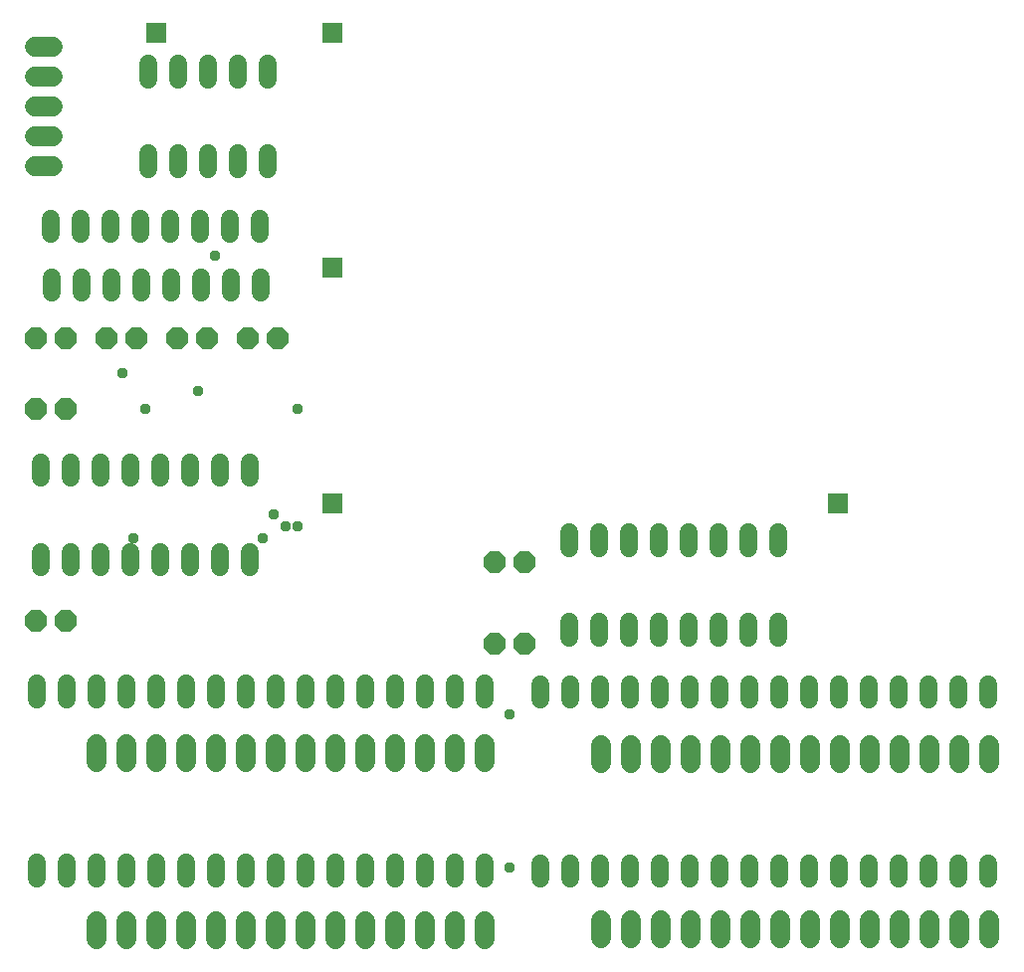
<source format=gbr>
G04 EAGLE Gerber RS-274X export*
G75*
%MOMM*%
%FSLAX34Y34*%
%LPD*%
%INSoldermask Top*%
%IPPOS*%
%AMOC8*
5,1,8,0,0,1.08239X$1,22.5*%
G01*
%ADD10R,1.727200X1.727200*%
%ADD11C,1.727200*%
%ADD12C,1.711200*%
%ADD13C,1.524000*%
%ADD14P,1.951982X8X202.500000*%
%ADD15P,1.951982X8X22.500000*%
%ADD16C,0.959600*%


D10*
X730000Y390000D03*
X300000Y390000D03*
X300000Y590000D03*
X300000Y790000D03*
X150000Y790000D03*
D11*
X528270Y184240D02*
X528270Y169000D01*
X553670Y169000D02*
X553670Y184240D01*
X579070Y184240D02*
X579070Y169000D01*
X604470Y169000D02*
X604470Y184240D01*
X629870Y184240D02*
X629870Y169000D01*
X655270Y169000D02*
X655270Y184240D01*
X680670Y184240D02*
X680670Y169000D01*
X706070Y169000D02*
X706070Y184240D01*
X731470Y184240D02*
X731470Y169000D01*
X756870Y169000D02*
X756870Y184240D01*
X782270Y184240D02*
X782270Y169000D01*
X807670Y169000D02*
X807670Y184240D01*
X833070Y184240D02*
X833070Y169000D01*
X858470Y169000D02*
X858470Y184240D01*
X528380Y34470D02*
X528380Y19230D01*
X553780Y19230D02*
X553780Y34470D01*
X579180Y34470D02*
X579180Y19230D01*
X604580Y19230D02*
X604580Y34470D01*
X629980Y34470D02*
X629980Y19230D01*
X655380Y19230D02*
X655380Y34470D01*
X680780Y34470D02*
X680780Y19230D01*
X706180Y19230D02*
X706180Y34470D01*
X731580Y34470D02*
X731580Y19230D01*
X756980Y19230D02*
X756980Y34470D01*
X782380Y34470D02*
X782380Y19230D01*
X807780Y19230D02*
X807780Y34470D01*
X833180Y34470D02*
X833180Y19230D01*
X858580Y19230D02*
X858580Y34470D01*
D12*
X61540Y778500D02*
X46460Y778500D01*
X46460Y753100D02*
X61540Y753100D01*
X61540Y727700D02*
X46460Y727700D01*
X46460Y702300D02*
X61540Y702300D01*
X61540Y676900D02*
X46460Y676900D01*
D11*
X99050Y184400D02*
X99050Y169160D01*
X124450Y169160D02*
X124450Y184400D01*
X149850Y184400D02*
X149850Y169160D01*
X175250Y169160D02*
X175250Y184400D01*
X200650Y184400D02*
X200650Y169160D01*
X226050Y169160D02*
X226050Y184400D01*
X251450Y184400D02*
X251450Y169160D01*
X276850Y169160D02*
X276850Y184400D01*
X302250Y184400D02*
X302250Y169160D01*
X327650Y169160D02*
X327650Y184400D01*
X353050Y184400D02*
X353050Y169160D01*
X378450Y169160D02*
X378450Y184400D01*
X403850Y184400D02*
X403850Y169160D01*
X429250Y169160D02*
X429250Y184400D01*
X98510Y34450D02*
X98510Y19210D01*
X123910Y19210D02*
X123910Y34450D01*
X149310Y34450D02*
X149310Y19210D01*
X174710Y19210D02*
X174710Y34450D01*
X200110Y34450D02*
X200110Y19210D01*
X225510Y19210D02*
X225510Y34450D01*
X250910Y34450D02*
X250910Y19210D01*
X276310Y19210D02*
X276310Y34450D01*
X301710Y34450D02*
X301710Y19210D01*
X327110Y19210D02*
X327110Y34450D01*
X352510Y34450D02*
X352510Y19210D01*
X377910Y19210D02*
X377910Y34450D01*
X403310Y34450D02*
X403310Y19210D01*
X428710Y19210D02*
X428710Y34450D01*
D13*
X59800Y618896D02*
X59800Y632104D01*
X85200Y632104D02*
X85200Y618896D01*
X110600Y618896D02*
X110600Y632104D01*
X136000Y632104D02*
X136000Y618896D01*
X161400Y618896D02*
X161400Y632104D01*
X186800Y632104D02*
X186800Y618896D01*
X212200Y618896D02*
X212200Y632104D01*
X237600Y632104D02*
X237600Y618896D01*
X61200Y582104D02*
X61200Y568896D01*
X86600Y568896D02*
X86600Y582104D01*
X112000Y582104D02*
X112000Y568896D01*
X137400Y568896D02*
X137400Y582104D01*
X162800Y582104D02*
X162800Y568896D01*
X188200Y568896D02*
X188200Y582104D01*
X213600Y582104D02*
X213600Y568896D01*
X239000Y568896D02*
X239000Y582104D01*
X143300Y674096D02*
X143300Y687304D01*
X168700Y687304D02*
X168700Y674096D01*
X194100Y674096D02*
X194100Y687304D01*
X219500Y687304D02*
X219500Y674096D01*
X244900Y674096D02*
X244900Y687304D01*
X244900Y750296D02*
X244900Y763504D01*
X219500Y763504D02*
X219500Y750296D01*
X194100Y750296D02*
X194100Y763504D01*
X168700Y763504D02*
X168700Y750296D01*
X143300Y750296D02*
X143300Y763504D01*
X47870Y83644D02*
X47870Y70436D01*
X73270Y70436D02*
X73270Y83644D01*
X200270Y83644D02*
X200270Y70436D01*
X225670Y70436D02*
X225670Y83644D01*
X98670Y83644D02*
X98670Y70436D01*
X124070Y70436D02*
X124070Y83644D01*
X174870Y83644D02*
X174870Y70436D01*
X149470Y70436D02*
X149470Y83644D01*
X251070Y83644D02*
X251070Y70436D01*
X276470Y70436D02*
X276470Y83644D01*
X301870Y83644D02*
X301870Y70436D01*
X327270Y70436D02*
X327270Y83644D01*
X352670Y83644D02*
X352670Y70436D01*
X378070Y70436D02*
X378070Y83644D01*
X403470Y83644D02*
X403470Y70436D01*
X428870Y70436D02*
X428870Y83644D01*
X428870Y222836D02*
X428870Y236044D01*
X403470Y236044D02*
X403470Y222836D01*
X378070Y222836D02*
X378070Y236044D01*
X352670Y236044D02*
X352670Y222836D01*
X327270Y222836D02*
X327270Y236044D01*
X301870Y236044D02*
X301870Y222836D01*
X276470Y222836D02*
X276470Y236044D01*
X251070Y236044D02*
X251070Y222836D01*
X225670Y222836D02*
X225670Y236044D01*
X200270Y236044D02*
X200270Y222836D01*
X174870Y222836D02*
X174870Y236044D01*
X149470Y236044D02*
X149470Y222836D01*
X124070Y222836D02*
X124070Y236044D01*
X98670Y236044D02*
X98670Y222836D01*
X73270Y222836D02*
X73270Y236044D01*
X47870Y236044D02*
X47870Y222836D01*
X51100Y335296D02*
X51100Y348504D01*
X76500Y348504D02*
X76500Y335296D01*
X203500Y335296D02*
X203500Y348504D01*
X228900Y348504D02*
X228900Y335296D01*
X101900Y335296D02*
X101900Y348504D01*
X127300Y348504D02*
X127300Y335296D01*
X178100Y335296D02*
X178100Y348504D01*
X152700Y348504D02*
X152700Y335296D01*
X228900Y411496D02*
X228900Y424704D01*
X203500Y424704D02*
X203500Y411496D01*
X178100Y411496D02*
X178100Y424704D01*
X152700Y424704D02*
X152700Y411496D01*
X127300Y411496D02*
X127300Y424704D01*
X101900Y424704D02*
X101900Y411496D01*
X76500Y411496D02*
X76500Y424704D01*
X51100Y424704D02*
X51100Y411496D01*
X476250Y83454D02*
X476250Y70246D01*
X501650Y70246D02*
X501650Y83454D01*
X628650Y83454D02*
X628650Y70246D01*
X654050Y70246D02*
X654050Y83454D01*
X527050Y83454D02*
X527050Y70246D01*
X552450Y70246D02*
X552450Y83454D01*
X603250Y83454D02*
X603250Y70246D01*
X577850Y70246D02*
X577850Y83454D01*
X679450Y83454D02*
X679450Y70246D01*
X704850Y70246D02*
X704850Y83454D01*
X730250Y83454D02*
X730250Y70246D01*
X755650Y70246D02*
X755650Y83454D01*
X781050Y83454D02*
X781050Y70246D01*
X806450Y70246D02*
X806450Y83454D01*
X831850Y83454D02*
X831850Y70246D01*
X857250Y70246D02*
X857250Y83454D01*
X857250Y222646D02*
X857250Y235854D01*
X831850Y235854D02*
X831850Y222646D01*
X806450Y222646D02*
X806450Y235854D01*
X781050Y235854D02*
X781050Y222646D01*
X755650Y222646D02*
X755650Y235854D01*
X730250Y235854D02*
X730250Y222646D01*
X704850Y222646D02*
X704850Y235854D01*
X679450Y235854D02*
X679450Y222646D01*
X654050Y222646D02*
X654050Y235854D01*
X628650Y235854D02*
X628650Y222646D01*
X603250Y222646D02*
X603250Y235854D01*
X577850Y235854D02*
X577850Y222646D01*
X552450Y222646D02*
X552450Y235854D01*
X527050Y235854D02*
X527050Y222646D01*
X501650Y222646D02*
X501650Y235854D01*
X476250Y235854D02*
X476250Y222646D01*
X501100Y275296D02*
X501100Y288504D01*
X526500Y288504D02*
X526500Y275296D01*
X653500Y275296D02*
X653500Y288504D01*
X678900Y288504D02*
X678900Y275296D01*
X551900Y275296D02*
X551900Y288504D01*
X577300Y288504D02*
X577300Y275296D01*
X628100Y275296D02*
X628100Y288504D01*
X602700Y288504D02*
X602700Y275296D01*
X678900Y351496D02*
X678900Y364704D01*
X653500Y364704D02*
X653500Y351496D01*
X628100Y351496D02*
X628100Y364704D01*
X602700Y364704D02*
X602700Y351496D01*
X577300Y351496D02*
X577300Y364704D01*
X551900Y364704D02*
X551900Y351496D01*
X526500Y351496D02*
X526500Y364704D01*
X501100Y364704D02*
X501100Y351496D01*
D14*
X462700Y340000D03*
X437300Y340000D03*
X462700Y270000D03*
X437300Y270000D03*
D15*
X47300Y470000D03*
X72700Y470000D03*
D14*
X72700Y290000D03*
X47300Y290000D03*
D15*
X227300Y530000D03*
X252700Y530000D03*
X167300Y530000D03*
X192700Y530000D03*
X107300Y530000D03*
X132700Y530000D03*
X47300Y530000D03*
X72700Y530000D03*
D16*
X130000Y360414D03*
X185000Y485000D03*
X260000Y370000D03*
X250000Y380000D03*
X450000Y80000D03*
X450000Y210000D03*
X120520Y500520D03*
X140000Y470000D03*
X270000Y370000D03*
X240000Y360000D03*
X200000Y600538D03*
X270000Y470000D03*
M02*

</source>
